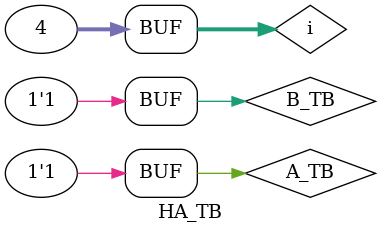
<source format=sv>

module HA_TB;
    reg A_TB, B_TB;
    wire S_TB,Cout_TB;
    integer i;
//
HA U0 (.A(A_TB), .B(B_TB), .S(S_TB), .Cout(Cout_TB));
initial begin
    A_TB <= 0;
    B_TB <= 0;
    $monitor("A=%0b B=%0b S=%0b Cout=%0b", A_TB,B_TB,S_TB,Cout_TB);
    for (i=0; i < 4; i=i+1) begin
        {A_TB,B_TB} = i;
        #10;
    end
end
 initial begin
    $dumpvars;
    $dumpfile("dump.vcd");
  end
endmodule
</source>
